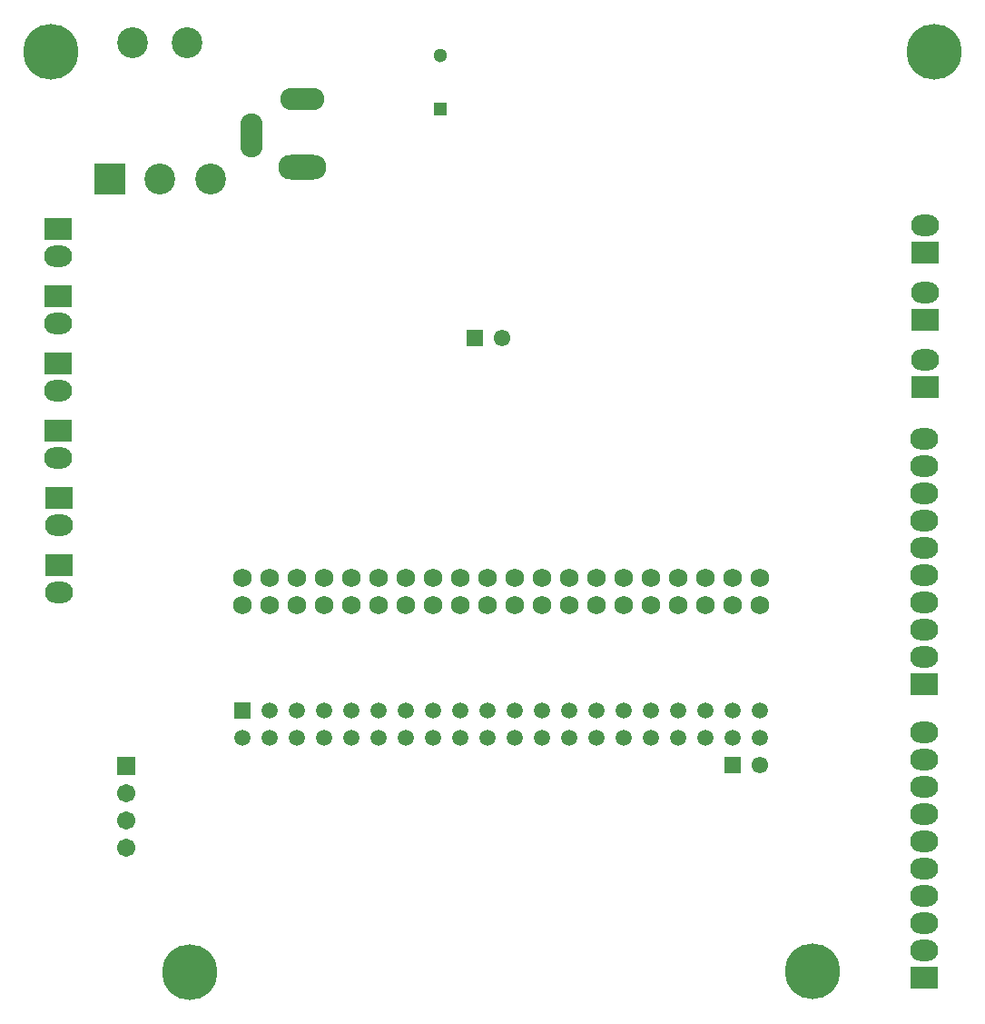
<source format=gbr>
G04 DipTrace 4.3.0.5*
G04 BottomMask.gbr*
%MOIN*%
G04 #@! TF.FileFunction,Soldermask,Bot*
G04 #@! TF.Part,Single*
%ADD97C,0.113189*%
%ADD101R,0.113189X0.113189*%
%ADD115C,0.203937*%
%ADD119C,0.068898*%
%ADD120C,0.061024*%
%ADD125R,0.061024X0.061024*%
%ADD127C,0.067323*%
%ADD131R,0.067323X0.067323*%
%ADD133C,0.058976*%
%ADD137R,0.058976X0.058976*%
%ADD139O,0.161417X0.082677*%
%ADD141O,0.082677X0.161417*%
%ADD144O,0.177165X0.090551*%
%ADD146O,0.102362X0.07874*%
%ADD149R,0.102362X0.07874*%
%ADD163C,0.051181*%
%ADD164R,0.051181X0.051181*%
%FSLAX26Y26*%
G04*
G70*
G90*
G75*
G01*
G04 BotMask*
%LPD*%
D164*
X1956070Y3741686D3*
D163*
Y3938536D3*
D149*
X553790Y3302471D3*
D146*
X553801Y3202471D3*
D149*
X553710Y3056210D3*
D146*
Y2956210D3*
D149*
X553727Y2809450D3*
D146*
X553738Y2709450D3*
D149*
X3734611Y3216881D3*
D146*
Y3316881D3*
D149*
X3734822Y2970120D3*
D146*
Y3070120D3*
D149*
X3734420Y2723351D3*
D146*
Y2823351D3*
D149*
X553399Y2562620D3*
D146*
Y2462620D3*
D149*
X554191Y2316490D3*
D146*
Y2216490D3*
D149*
X553999Y2069090D3*
D146*
Y1969090D3*
D144*
X1450220Y3530757D3*
D141*
X1261244Y3644930D3*
D139*
X1450220Y3778789D3*
D137*
X1228150Y1535941D3*
D133*
X1328150D3*
X1428150D3*
X1528150D3*
X1628150D3*
X1728150D3*
X1828150D3*
X1928150D3*
X2028150D3*
X2128150D3*
X2228150D3*
X2328150D3*
X2428150D3*
X2528150D3*
X2628150D3*
X2728150D3*
X2828150D3*
X2928150D3*
X3028150D3*
X3128150D3*
X1228150Y1435941D3*
X1328150D3*
X1428150D3*
X1528150D3*
X1628150D3*
X1728150D3*
X1828150D3*
X1928150D3*
X2028150D3*
X2128150D3*
X2228150D3*
X2328150D3*
X2428150D3*
X2528150D3*
X2628150D3*
X2728150D3*
X2828150D3*
X2928150D3*
X3028150D3*
X3128150D3*
D131*
X802901Y1332210D3*
D127*
Y1232210D3*
Y1132210D3*
Y1032210D3*
D125*
X3028132Y1335881D3*
D120*
X3128132D3*
D149*
X3732041Y1633041D3*
D146*
Y1733041D3*
Y1833041D3*
Y1933041D3*
Y2033041D3*
Y2133041D3*
Y2233041D3*
Y2333041D3*
Y2433041D3*
Y2533041D3*
D149*
X3731591Y556671D3*
D146*
Y656671D3*
Y756671D3*
Y856671D3*
Y956671D3*
Y1056671D3*
Y1156671D3*
Y1256671D3*
Y1356671D3*
Y1456671D3*
D125*
X2081561Y2901920D3*
D120*
X2181561D3*
D119*
X1228411Y1922262D3*
Y2022262D3*
X1328411Y1922262D3*
Y2022262D3*
X1428411Y1922262D3*
Y2022262D3*
X1528411Y1922262D3*
Y2022262D3*
X1628411D3*
Y1922262D3*
X1728411Y2022262D3*
Y1922262D3*
X1828411Y2022262D3*
Y1922262D3*
X1928411D3*
Y2022262D3*
X2028411Y1922262D3*
Y2022262D3*
X2128411Y1922262D3*
Y2022262D3*
X2228411Y1922262D3*
Y2022262D3*
X2328411Y1922262D3*
Y2022262D3*
X2428411Y1922262D3*
Y2022262D3*
X2528411Y1922262D3*
Y2022262D3*
X2628411Y1922262D3*
Y2022262D3*
X2728411Y1922262D3*
Y2022262D3*
X2828411Y1922262D3*
Y2022262D3*
X2928411Y1922262D3*
Y2022262D3*
X3028411Y1922262D3*
Y2022262D3*
X3128411Y1922262D3*
Y2022262D3*
D115*
X3321251Y579361D3*
X3768570Y3952611D3*
X526991D3*
X1035461Y577731D3*
D101*
X740561Y3487161D3*
D97*
X925600D3*
X1110640D3*
X825600Y3987161D3*
X1025600D3*
M02*

</source>
